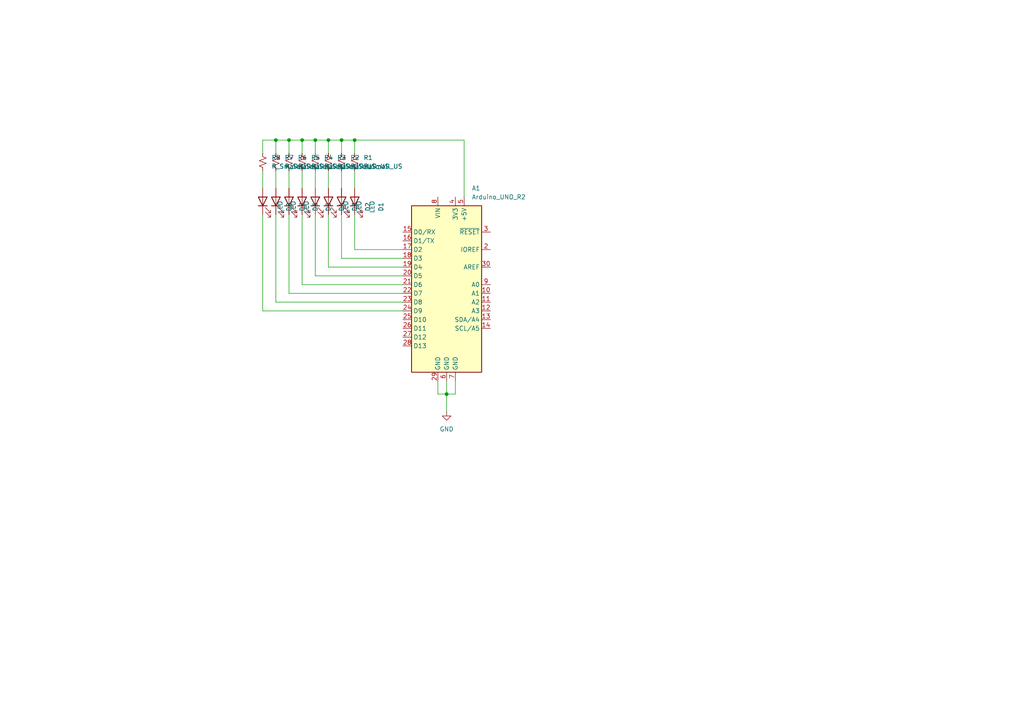
<source format=kicad_sch>
(kicad_sch (version 20230121) (generator eeschema)

  (uuid e643dbd8-6574-4efd-b0d5-e275abb8fb4c)

  (paper "A4")

  (title_block
    (title "ARDUNIO UNO SHIELD")
    (date "2024-01-15")
    (rev "1")
  )

  (lib_symbols
    (symbol "Device:LED" (pin_numbers hide) (pin_names (offset 1.016) hide) (in_bom yes) (on_board yes)
      (property "Reference" "D" (at 0 2.54 0)
        (effects (font (size 1.27 1.27)))
      )
      (property "Value" "LED" (at 0 -2.54 0)
        (effects (font (size 1.27 1.27)))
      )
      (property "Footprint" "" (at 0 0 0)
        (effects (font (size 1.27 1.27)) hide)
      )
      (property "Datasheet" "~" (at 0 0 0)
        (effects (font (size 1.27 1.27)) hide)
      )
      (property "ki_keywords" "LED diode" (at 0 0 0)
        (effects (font (size 1.27 1.27)) hide)
      )
      (property "ki_description" "Light emitting diode" (at 0 0 0)
        (effects (font (size 1.27 1.27)) hide)
      )
      (property "ki_fp_filters" "LED* LED_SMD:* LED_THT:*" (at 0 0 0)
        (effects (font (size 1.27 1.27)) hide)
      )
      (symbol "LED_0_1"
        (polyline
          (pts
            (xy -1.27 -1.27)
            (xy -1.27 1.27)
          )
          (stroke (width 0.254) (type default))
          (fill (type none))
        )
        (polyline
          (pts
            (xy -1.27 0)
            (xy 1.27 0)
          )
          (stroke (width 0) (type default))
          (fill (type none))
        )
        (polyline
          (pts
            (xy 1.27 -1.27)
            (xy 1.27 1.27)
            (xy -1.27 0)
            (xy 1.27 -1.27)
          )
          (stroke (width 0.254) (type default))
          (fill (type none))
        )
        (polyline
          (pts
            (xy -3.048 -0.762)
            (xy -4.572 -2.286)
            (xy -3.81 -2.286)
            (xy -4.572 -2.286)
            (xy -4.572 -1.524)
          )
          (stroke (width 0) (type default))
          (fill (type none))
        )
        (polyline
          (pts
            (xy -1.778 -0.762)
            (xy -3.302 -2.286)
            (xy -2.54 -2.286)
            (xy -3.302 -2.286)
            (xy -3.302 -1.524)
          )
          (stroke (width 0) (type default))
          (fill (type none))
        )
      )
      (symbol "LED_1_1"
        (pin passive line (at -3.81 0 0) (length 2.54)
          (name "K" (effects (font (size 1.27 1.27))))
          (number "1" (effects (font (size 1.27 1.27))))
        )
        (pin passive line (at 3.81 0 180) (length 2.54)
          (name "A" (effects (font (size 1.27 1.27))))
          (number "2" (effects (font (size 1.27 1.27))))
        )
      )
    )
    (symbol "Device:R_Small_US" (pin_numbers hide) (pin_names (offset 0.254) hide) (in_bom yes) (on_board yes)
      (property "Reference" "R" (at 0.762 0.508 0)
        (effects (font (size 1.27 1.27)) (justify left))
      )
      (property "Value" "R_Small_US" (at 0.762 -1.016 0)
        (effects (font (size 1.27 1.27)) (justify left))
      )
      (property "Footprint" "" (at 0 0 0)
        (effects (font (size 1.27 1.27)) hide)
      )
      (property "Datasheet" "~" (at 0 0 0)
        (effects (font (size 1.27 1.27)) hide)
      )
      (property "ki_keywords" "r resistor" (at 0 0 0)
        (effects (font (size 1.27 1.27)) hide)
      )
      (property "ki_description" "Resistor, small US symbol" (at 0 0 0)
        (effects (font (size 1.27 1.27)) hide)
      )
      (property "ki_fp_filters" "R_*" (at 0 0 0)
        (effects (font (size 1.27 1.27)) hide)
      )
      (symbol "R_Small_US_1_1"
        (polyline
          (pts
            (xy 0 0)
            (xy 1.016 -0.381)
            (xy 0 -0.762)
            (xy -1.016 -1.143)
            (xy 0 -1.524)
          )
          (stroke (width 0) (type default))
          (fill (type none))
        )
        (polyline
          (pts
            (xy 0 1.524)
            (xy 1.016 1.143)
            (xy 0 0.762)
            (xy -1.016 0.381)
            (xy 0 0)
          )
          (stroke (width 0) (type default))
          (fill (type none))
        )
        (pin passive line (at 0 2.54 270) (length 1.016)
          (name "~" (effects (font (size 1.27 1.27))))
          (number "1" (effects (font (size 1.27 1.27))))
        )
        (pin passive line (at 0 -2.54 90) (length 1.016)
          (name "~" (effects (font (size 1.27 1.27))))
          (number "2" (effects (font (size 1.27 1.27))))
        )
      )
    )
    (symbol "MCU_Module:Arduino_UNO_R2" (in_bom yes) (on_board yes)
      (property "Reference" "A" (at -10.16 23.495 0)
        (effects (font (size 1.27 1.27)) (justify left bottom))
      )
      (property "Value" "Arduino_UNO_R2" (at 5.08 -26.67 0)
        (effects (font (size 1.27 1.27)) (justify left top))
      )
      (property "Footprint" "Module:Arduino_UNO_R2" (at 0 0 0)
        (effects (font (size 1.27 1.27) italic) hide)
      )
      (property "Datasheet" "https://www.arduino.cc/en/Main/arduinoBoardUno" (at 0 0 0)
        (effects (font (size 1.27 1.27)) hide)
      )
      (property "ki_keywords" "Arduino UNO R3 Microcontroller Module Atmel AVR USB" (at 0 0 0)
        (effects (font (size 1.27 1.27)) hide)
      )
      (property "ki_description" "Arduino UNO Microcontroller Module, release 2" (at 0 0 0)
        (effects (font (size 1.27 1.27)) hide)
      )
      (property "ki_fp_filters" "Arduino*UNO*R2*" (at 0 0 0)
        (effects (font (size 1.27 1.27)) hide)
      )
      (symbol "Arduino_UNO_R2_0_1"
        (rectangle (start -10.16 22.86) (end 10.16 -25.4)
          (stroke (width 0.254) (type default))
          (fill (type background))
        )
      )
      (symbol "Arduino_UNO_R2_1_1"
        (pin no_connect line (at -10.16 -20.32 0) (length 2.54) hide
          (name "NC" (effects (font (size 1.27 1.27))))
          (number "1" (effects (font (size 1.27 1.27))))
        )
        (pin bidirectional line (at 12.7 -2.54 180) (length 2.54)
          (name "A1" (effects (font (size 1.27 1.27))))
          (number "10" (effects (font (size 1.27 1.27))))
        )
        (pin bidirectional line (at 12.7 -5.08 180) (length 2.54)
          (name "A2" (effects (font (size 1.27 1.27))))
          (number "11" (effects (font (size 1.27 1.27))))
        )
        (pin bidirectional line (at 12.7 -7.62 180) (length 2.54)
          (name "A3" (effects (font (size 1.27 1.27))))
          (number "12" (effects (font (size 1.27 1.27))))
        )
        (pin bidirectional line (at 12.7 -10.16 180) (length 2.54)
          (name "SDA/A4" (effects (font (size 1.27 1.27))))
          (number "13" (effects (font (size 1.27 1.27))))
        )
        (pin bidirectional line (at 12.7 -12.7 180) (length 2.54)
          (name "SCL/A5" (effects (font (size 1.27 1.27))))
          (number "14" (effects (font (size 1.27 1.27))))
        )
        (pin bidirectional line (at -12.7 15.24 0) (length 2.54)
          (name "D0/RX" (effects (font (size 1.27 1.27))))
          (number "15" (effects (font (size 1.27 1.27))))
        )
        (pin bidirectional line (at -12.7 12.7 0) (length 2.54)
          (name "D1/TX" (effects (font (size 1.27 1.27))))
          (number "16" (effects (font (size 1.27 1.27))))
        )
        (pin bidirectional line (at -12.7 10.16 0) (length 2.54)
          (name "D2" (effects (font (size 1.27 1.27))))
          (number "17" (effects (font (size 1.27 1.27))))
        )
        (pin bidirectional line (at -12.7 7.62 0) (length 2.54)
          (name "D3" (effects (font (size 1.27 1.27))))
          (number "18" (effects (font (size 1.27 1.27))))
        )
        (pin bidirectional line (at -12.7 5.08 0) (length 2.54)
          (name "D4" (effects (font (size 1.27 1.27))))
          (number "19" (effects (font (size 1.27 1.27))))
        )
        (pin output line (at 12.7 10.16 180) (length 2.54)
          (name "IOREF" (effects (font (size 1.27 1.27))))
          (number "2" (effects (font (size 1.27 1.27))))
        )
        (pin bidirectional line (at -12.7 2.54 0) (length 2.54)
          (name "D5" (effects (font (size 1.27 1.27))))
          (number "20" (effects (font (size 1.27 1.27))))
        )
        (pin bidirectional line (at -12.7 0 0) (length 2.54)
          (name "D6" (effects (font (size 1.27 1.27))))
          (number "21" (effects (font (size 1.27 1.27))))
        )
        (pin bidirectional line (at -12.7 -2.54 0) (length 2.54)
          (name "D7" (effects (font (size 1.27 1.27))))
          (number "22" (effects (font (size 1.27 1.27))))
        )
        (pin bidirectional line (at -12.7 -5.08 0) (length 2.54)
          (name "D8" (effects (font (size 1.27 1.27))))
          (number "23" (effects (font (size 1.27 1.27))))
        )
        (pin bidirectional line (at -12.7 -7.62 0) (length 2.54)
          (name "D9" (effects (font (size 1.27 1.27))))
          (number "24" (effects (font (size 1.27 1.27))))
        )
        (pin bidirectional line (at -12.7 -10.16 0) (length 2.54)
          (name "D10" (effects (font (size 1.27 1.27))))
          (number "25" (effects (font (size 1.27 1.27))))
        )
        (pin bidirectional line (at -12.7 -12.7 0) (length 2.54)
          (name "D11" (effects (font (size 1.27 1.27))))
          (number "26" (effects (font (size 1.27 1.27))))
        )
        (pin bidirectional line (at -12.7 -15.24 0) (length 2.54)
          (name "D12" (effects (font (size 1.27 1.27))))
          (number "27" (effects (font (size 1.27 1.27))))
        )
        (pin bidirectional line (at -12.7 -17.78 0) (length 2.54)
          (name "D13" (effects (font (size 1.27 1.27))))
          (number "28" (effects (font (size 1.27 1.27))))
        )
        (pin power_in line (at -2.54 -27.94 90) (length 2.54)
          (name "GND" (effects (font (size 1.27 1.27))))
          (number "29" (effects (font (size 1.27 1.27))))
        )
        (pin input line (at 12.7 15.24 180) (length 2.54)
          (name "~{RESET}" (effects (font (size 1.27 1.27))))
          (number "3" (effects (font (size 1.27 1.27))))
        )
        (pin input line (at 12.7 5.08 180) (length 2.54)
          (name "AREF" (effects (font (size 1.27 1.27))))
          (number "30" (effects (font (size 1.27 1.27))))
        )
        (pin power_out line (at 2.54 25.4 270) (length 2.54)
          (name "3V3" (effects (font (size 1.27 1.27))))
          (number "4" (effects (font (size 1.27 1.27))))
        )
        (pin power_out line (at 5.08 25.4 270) (length 2.54)
          (name "+5V" (effects (font (size 1.27 1.27))))
          (number "5" (effects (font (size 1.27 1.27))))
        )
        (pin power_in line (at 0 -27.94 90) (length 2.54)
          (name "GND" (effects (font (size 1.27 1.27))))
          (number "6" (effects (font (size 1.27 1.27))))
        )
        (pin power_in line (at 2.54 -27.94 90) (length 2.54)
          (name "GND" (effects (font (size 1.27 1.27))))
          (number "7" (effects (font (size 1.27 1.27))))
        )
        (pin power_in line (at -2.54 25.4 270) (length 2.54)
          (name "VIN" (effects (font (size 1.27 1.27))))
          (number "8" (effects (font (size 1.27 1.27))))
        )
        (pin bidirectional line (at 12.7 0 180) (length 2.54)
          (name "A0" (effects (font (size 1.27 1.27))))
          (number "9" (effects (font (size 1.27 1.27))))
        )
      )
    )
    (symbol "power:GND" (power) (pin_names (offset 0)) (in_bom yes) (on_board yes)
      (property "Reference" "#PWR" (at 0 -6.35 0)
        (effects (font (size 1.27 1.27)) hide)
      )
      (property "Value" "GND" (at 0 -3.81 0)
        (effects (font (size 1.27 1.27)))
      )
      (property "Footprint" "" (at 0 0 0)
        (effects (font (size 1.27 1.27)) hide)
      )
      (property "Datasheet" "" (at 0 0 0)
        (effects (font (size 1.27 1.27)) hide)
      )
      (property "ki_keywords" "global power" (at 0 0 0)
        (effects (font (size 1.27 1.27)) hide)
      )
      (property "ki_description" "Power symbol creates a global label with name \"GND\" , ground" (at 0 0 0)
        (effects (font (size 1.27 1.27)) hide)
      )
      (symbol "GND_0_1"
        (polyline
          (pts
            (xy 0 0)
            (xy 0 -1.27)
            (xy 1.27 -1.27)
            (xy 0 -2.54)
            (xy -1.27 -1.27)
            (xy 0 -1.27)
          )
          (stroke (width 0) (type default))
          (fill (type none))
        )
      )
      (symbol "GND_1_1"
        (pin power_in line (at 0 0 270) (length 0) hide
          (name "GND" (effects (font (size 1.27 1.27))))
          (number "1" (effects (font (size 1.27 1.27))))
        )
      )
    )
  )

  (junction (at 95.25 40.64) (diameter 0) (color 0 0 0 0)
    (uuid 1016008c-d350-4ede-b21e-4b9bb3a4c7b6)
  )
  (junction (at 129.54 114.3) (diameter 0) (color 0 0 0 0)
    (uuid 2ff34110-777a-49dd-97a5-77318f6aa251)
  )
  (junction (at 99.06 40.64) (diameter 0) (color 0 0 0 0)
    (uuid 57077e4f-526a-4089-9bce-03396a4b8cc0)
  )
  (junction (at 87.63 40.64) (diameter 0) (color 0 0 0 0)
    (uuid 8cabe50f-7320-4d3b-9387-dabe10ded6c5)
  )
  (junction (at 102.87 40.64) (diameter 0) (color 0 0 0 0)
    (uuid be880415-4f45-4578-a955-3ee524f60aae)
  )
  (junction (at 83.82 40.64) (diameter 0) (color 0 0 0 0)
    (uuid c3e58e68-82a8-46c0-bc21-7d0a6043ae72)
  )
  (junction (at 91.44 40.64) (diameter 0) (color 0 0 0 0)
    (uuid f002d738-02c9-4835-84df-2e9bb47c7f2b)
  )
  (junction (at 80.01 40.64) (diameter 0) (color 0 0 0 0)
    (uuid f4217f36-96d1-4e1b-ab69-690b1b7ee1ec)
  )

  (wire (pts (xy 87.63 62.23) (xy 87.63 82.55))
    (stroke (width 0) (type default))
    (uuid 029c1fbf-e093-4eec-97c6-773a2eb5029d)
  )
  (wire (pts (xy 91.44 62.23) (xy 91.44 80.01))
    (stroke (width 0) (type default))
    (uuid 0d0e15f1-230a-4d1c-be83-3a0b4668369b)
  )
  (wire (pts (xy 99.06 40.64) (xy 102.87 40.64))
    (stroke (width 0) (type default))
    (uuid 11a9723d-68cb-499c-97c1-ef8fcd049019)
  )
  (wire (pts (xy 129.54 110.49) (xy 129.54 114.3))
    (stroke (width 0) (type default))
    (uuid 124afe2a-30df-4b2d-90e0-1738cf532007)
  )
  (wire (pts (xy 116.84 87.63) (xy 80.01 87.63))
    (stroke (width 0) (type default))
    (uuid 16dca5d4-b8cd-44b0-b0b7-4bffd735887f)
  )
  (wire (pts (xy 99.06 40.64) (xy 99.06 44.45))
    (stroke (width 0) (type default))
    (uuid 186ace6b-87a4-4fbf-abe3-7ba8c30c38a5)
  )
  (wire (pts (xy 87.63 40.64) (xy 91.44 40.64))
    (stroke (width 0) (type default))
    (uuid 1d4a75cc-812f-44e4-a807-61a28f60acba)
  )
  (wire (pts (xy 91.44 80.01) (xy 116.84 80.01))
    (stroke (width 0) (type default))
    (uuid 2c670f8e-d569-4483-bac6-46a71abc038b)
  )
  (wire (pts (xy 102.87 49.53) (xy 102.87 54.61))
    (stroke (width 0) (type default))
    (uuid 316d61e9-b73c-48c2-96b6-5d4a63110028)
  )
  (wire (pts (xy 116.84 77.47) (xy 95.25 77.47))
    (stroke (width 0) (type default))
    (uuid 3a458eb9-dcde-46fe-bef8-aa8e1aeb9da7)
  )
  (wire (pts (xy 99.06 74.93) (xy 116.84 74.93))
    (stroke (width 0) (type default))
    (uuid 3d8e5e0f-900c-464d-ac39-32171b33a4fd)
  )
  (wire (pts (xy 102.87 40.64) (xy 134.62 40.64))
    (stroke (width 0) (type default))
    (uuid 3f62fb5b-b44e-434d-835d-228fc0feda8d)
  )
  (wire (pts (xy 129.54 114.3) (xy 129.54 119.38))
    (stroke (width 0) (type default))
    (uuid 48e1acb2-e977-426f-ad70-06ffebbc27ed)
  )
  (wire (pts (xy 76.2 49.53) (xy 76.2 54.61))
    (stroke (width 0) (type default))
    (uuid 4c865a97-db84-40dd-9b50-4e801c747a6a)
  )
  (wire (pts (xy 99.06 62.23) (xy 99.06 74.93))
    (stroke (width 0) (type default))
    (uuid 5024671a-fe59-4339-830c-27ee4d60880c)
  )
  (wire (pts (xy 83.82 40.64) (xy 87.63 40.64))
    (stroke (width 0) (type default))
    (uuid 50648e1f-cd52-4d32-8319-10d828a8febf)
  )
  (wire (pts (xy 95.25 40.64) (xy 95.25 44.45))
    (stroke (width 0) (type default))
    (uuid 52968b02-3ae2-4292-a3f2-9c649ec8a3d1)
  )
  (wire (pts (xy 99.06 49.53) (xy 99.06 54.61))
    (stroke (width 0) (type default))
    (uuid 59d79fba-342a-4065-a1bc-17ad78d2b6f2)
  )
  (wire (pts (xy 80.01 49.53) (xy 80.01 54.61))
    (stroke (width 0) (type default))
    (uuid 5b56a0d7-9050-4e38-8b43-9f43bece555c)
  )
  (wire (pts (xy 91.44 40.64) (xy 95.25 40.64))
    (stroke (width 0) (type default))
    (uuid 5c95ae1b-a032-4446-bc41-238988a30b69)
  )
  (wire (pts (xy 83.82 85.09) (xy 116.84 85.09))
    (stroke (width 0) (type default))
    (uuid 5df7063c-c57e-4b0b-afde-8bb56e19879d)
  )
  (wire (pts (xy 102.87 40.64) (xy 102.87 44.45))
    (stroke (width 0) (type default))
    (uuid 6028ef0d-4a00-4607-bc2b-bdbff5838fc5)
  )
  (wire (pts (xy 80.01 40.64) (xy 83.82 40.64))
    (stroke (width 0) (type default))
    (uuid 666f1dd8-18fa-4bc7-8c1d-dd0c220a6241)
  )
  (wire (pts (xy 129.54 114.3) (xy 132.08 114.3))
    (stroke (width 0) (type default))
    (uuid 6bb5fcff-003b-4b93-ac23-f10bb92ded30)
  )
  (wire (pts (xy 76.2 40.64) (xy 80.01 40.64))
    (stroke (width 0) (type default))
    (uuid 72e6e681-e11c-4c2f-8219-3a304e5fdc9d)
  )
  (wire (pts (xy 80.01 62.23) (xy 80.01 87.63))
    (stroke (width 0) (type default))
    (uuid 758f4f70-5102-4673-bb31-c6a8a3b5ca5a)
  )
  (wire (pts (xy 76.2 62.23) (xy 76.2 90.17))
    (stroke (width 0) (type default))
    (uuid 760d0203-6d21-4bcc-a442-c8f331ceb4ab)
  )
  (wire (pts (xy 132.08 110.49) (xy 132.08 114.3))
    (stroke (width 0) (type default))
    (uuid 76b3694f-9d60-4ed8-8a0e-0abe5b97cae7)
  )
  (wire (pts (xy 95.25 40.64) (xy 99.06 40.64))
    (stroke (width 0) (type default))
    (uuid 900ccf43-d4ca-4a08-8d6d-0c06c5691992)
  )
  (wire (pts (xy 83.82 49.53) (xy 83.82 54.61))
    (stroke (width 0) (type default))
    (uuid 933f939d-a259-43c8-abfa-f53d328ff423)
  )
  (wire (pts (xy 116.84 82.55) (xy 87.63 82.55))
    (stroke (width 0) (type default))
    (uuid a21b1c13-41b8-4dca-854c-5388c6388b3c)
  )
  (wire (pts (xy 127 114.3) (xy 129.54 114.3))
    (stroke (width 0) (type default))
    (uuid a48cb26e-d68a-4135-920e-6ebdcceab7b2)
  )
  (wire (pts (xy 95.25 62.23) (xy 95.25 77.47))
    (stroke (width 0) (type default))
    (uuid b2bb60be-23db-4db5-bf66-0302e27b736b)
  )
  (wire (pts (xy 87.63 49.53) (xy 87.63 54.61))
    (stroke (width 0) (type default))
    (uuid b4b511da-4b0c-486c-83bd-71eb65314e13)
  )
  (wire (pts (xy 83.82 62.23) (xy 83.82 85.09))
    (stroke (width 0) (type default))
    (uuid b5bdb776-a0a0-48c1-8b97-0a7fa2ce81f3)
  )
  (wire (pts (xy 127 110.49) (xy 127 114.3))
    (stroke (width 0) (type default))
    (uuid ba4b0a8b-7633-45b3-9e30-01861c05896e)
  )
  (wire (pts (xy 95.25 49.53) (xy 95.25 54.61))
    (stroke (width 0) (type default))
    (uuid c2b0d460-a32c-40c4-9846-c2d10075900c)
  )
  (wire (pts (xy 87.63 40.64) (xy 87.63 44.45))
    (stroke (width 0) (type default))
    (uuid c55b1ff5-9bdb-4596-92ac-70eb88d09017)
  )
  (wire (pts (xy 102.87 62.23) (xy 102.87 72.39))
    (stroke (width 0) (type default))
    (uuid c6567c3a-e5f7-4387-9108-e489c85d9533)
  )
  (wire (pts (xy 91.44 40.64) (xy 91.44 44.45))
    (stroke (width 0) (type default))
    (uuid c70ce10b-3692-46ad-8f5c-6761c59b5395)
  )
  (wire (pts (xy 91.44 49.53) (xy 91.44 54.61))
    (stroke (width 0) (type default))
    (uuid d1b7ed2e-cb54-4467-89e4-e66ee4689a06)
  )
  (wire (pts (xy 80.01 40.64) (xy 80.01 44.45))
    (stroke (width 0) (type default))
    (uuid d80b71ae-60ee-4f5c-955e-05763f49256f)
  )
  (wire (pts (xy 83.82 40.64) (xy 83.82 44.45))
    (stroke (width 0) (type default))
    (uuid db12682e-8db2-48d0-9f6c-2bb1919b6c48)
  )
  (wire (pts (xy 102.87 72.39) (xy 116.84 72.39))
    (stroke (width 0) (type default))
    (uuid e3fbbf40-936e-4f8c-92e3-d79f18fc8ef9)
  )
  (wire (pts (xy 76.2 44.45) (xy 76.2 40.64))
    (stroke (width 0) (type default))
    (uuid e801faeb-13da-44d6-a02d-f359944f28d1)
  )
  (wire (pts (xy 134.62 40.64) (xy 134.62 57.15))
    (stroke (width 0) (type default))
    (uuid fa01c8ad-d88a-4bae-a0ff-73f27962eb0f)
  )
  (wire (pts (xy 76.2 90.17) (xy 116.84 90.17))
    (stroke (width 0) (type default))
    (uuid feec391b-50db-4bcc-843f-dbfe9ee46437)
  )

  (symbol (lib_id "power:GND") (at 129.54 119.38 0) (unit 1)
    (in_bom yes) (on_board yes) (dnp no) (fields_autoplaced)
    (uuid 06a73c13-b50d-4f48-90d3-3e904a542db5)
    (property "Reference" "#PWR01" (at 129.54 125.73 0)
      (effects (font (size 1.27 1.27)) hide)
    )
    (property "Value" "GND" (at 129.54 124.46 0)
      (effects (font (size 1.27 1.27)))
    )
    (property "Footprint" "" (at 129.54 119.38 0)
      (effects (font (size 1.27 1.27)) hide)
    )
    (property "Datasheet" "" (at 129.54 119.38 0)
      (effects (font (size 1.27 1.27)) hide)
    )
    (pin "1" (uuid 6442f718-8f92-4ee3-86d2-73019dfbcaa7))
    (instances
      (project "Adruino UNO LED shield"
        (path "/e643dbd8-6574-4efd-b0d5-e275abb8fb4c"
          (reference "#PWR01") (unit 1)
        )
      )
    )
  )

  (symbol (lib_id "Device:R_Small_US") (at 87.63 46.99 0) (unit 1)
    (in_bom yes) (on_board yes) (dnp no) (fields_autoplaced)
    (uuid 17a88042-3e72-4eb5-ad10-34954dceb5b8)
    (property "Reference" "R5" (at 90.17 45.72 0)
      (effects (font (size 1.27 1.27)) (justify left))
    )
    (property "Value" "R_Small_US" (at 90.17 48.26 0)
      (effects (font (size 1.27 1.27)) (justify left))
    )
    (property "Footprint" "Resistor_SMD:R_0603_1608Metric" (at 87.63 46.99 0)
      (effects (font (size 1.27 1.27)) hide)
    )
    (property "Datasheet" "~" (at 87.63 46.99 0)
      (effects (font (size 1.27 1.27)) hide)
    )
    (pin "1" (uuid 85aac9f2-445c-4e4b-af61-c3a845a51929))
    (pin "2" (uuid c6c0f358-c78f-4683-aeea-897e526c698c))
    (instances
      (project "Adruino UNO LED shield"
        (path "/e643dbd8-6574-4efd-b0d5-e275abb8fb4c"
          (reference "R5") (unit 1)
        )
      )
    )
  )

  (symbol (lib_id "Device:LED") (at 76.2 58.42 90) (unit 1)
    (in_bom yes) (on_board yes) (dnp no) (fields_autoplaced)
    (uuid 1a44ffab-1246-46b7-9c77-3efb23edb95d)
    (property "Reference" "D8" (at 83.82 60.0075 0)
      (effects (font (size 1.27 1.27)))
    )
    (property "Value" "LED" (at 81.28 60.0075 0)
      (effects (font (size 1.27 1.27)))
    )
    (property "Footprint" "LED_SMD:LED_0805_2012Metric" (at 76.2 58.42 0)
      (effects (font (size 1.27 1.27)) hide)
    )
    (property "Datasheet" "~" (at 76.2 58.42 0)
      (effects (font (size 1.27 1.27)) hide)
    )
    (pin "2" (uuid c222ead7-5843-4256-9ca3-efe4bb3c1b2b))
    (pin "1" (uuid 22465dbd-de00-45a7-894e-493b6eff48ff))
    (instances
      (project "Adruino UNO LED shield"
        (path "/e643dbd8-6574-4efd-b0d5-e275abb8fb4c"
          (reference "D8") (unit 1)
        )
      )
    )
  )

  (symbol (lib_id "Device:LED") (at 80.01 58.42 90) (unit 1)
    (in_bom yes) (on_board yes) (dnp no) (fields_autoplaced)
    (uuid 30f77ce9-e37e-49d4-8617-81ae44250947)
    (property "Reference" "D7" (at 87.63 60.0075 0)
      (effects (font (size 1.27 1.27)))
    )
    (property "Value" "LED" (at 85.09 60.0075 0)
      (effects (font (size 1.27 1.27)))
    )
    (property "Footprint" "LED_SMD:LED_0805_2012Metric" (at 80.01 58.42 0)
      (effects (font (size 1.27 1.27)) hide)
    )
    (property "Datasheet" "~" (at 80.01 58.42 0)
      (effects (font (size 1.27 1.27)) hide)
    )
    (pin "2" (uuid 4a399db7-ac30-4ad3-bb12-9e732f22901c))
    (pin "1" (uuid e290b773-13d8-4e3b-bc9b-55f2d45eb541))
    (instances
      (project "Adruino UNO LED shield"
        (path "/e643dbd8-6574-4efd-b0d5-e275abb8fb4c"
          (reference "D7") (unit 1)
        )
      )
    )
  )

  (symbol (lib_id "Device:R_Small_US") (at 95.25 46.99 0) (unit 1)
    (in_bom yes) (on_board yes) (dnp no) (fields_autoplaced)
    (uuid 3152a949-f11d-4d97-93b4-340e2431c728)
    (property "Reference" "R3" (at 97.79 45.72 0)
      (effects (font (size 1.27 1.27)) (justify left))
    )
    (property "Value" "R_Small_US" (at 97.79 48.26 0)
      (effects (font (size 1.27 1.27)) (justify left))
    )
    (property "Footprint" "Resistor_SMD:R_0603_1608Metric" (at 95.25 46.99 0)
      (effects (font (size 1.27 1.27)) hide)
    )
    (property "Datasheet" "~" (at 95.25 46.99 0)
      (effects (font (size 1.27 1.27)) hide)
    )
    (pin "1" (uuid c03fc2a1-69d5-4141-9283-0e6aff1b075e))
    (pin "2" (uuid 928964fe-ea3e-416f-b705-ce77bebf977b))
    (instances
      (project "Adruino UNO LED shield"
        (path "/e643dbd8-6574-4efd-b0d5-e275abb8fb4c"
          (reference "R3") (unit 1)
        )
      )
    )
  )

  (symbol (lib_id "Device:LED") (at 91.44 58.42 90) (unit 1)
    (in_bom yes) (on_board yes) (dnp no) (fields_autoplaced)
    (uuid 31c44b3e-9d41-4e65-9132-ea18e4216b64)
    (property "Reference" "D4" (at 99.06 60.0075 0)
      (effects (font (size 1.27 1.27)))
    )
    (property "Value" "LED" (at 96.52 60.0075 0)
      (effects (font (size 1.27 1.27)) hide)
    )
    (property "Footprint" "LED_SMD:LED_0805_2012Metric" (at 91.44 58.42 0)
      (effects (font (size 1.27 1.27)) hide)
    )
    (property "Datasheet" "~" (at 91.44 58.42 0)
      (effects (font (size 1.27 1.27)) hide)
    )
    (pin "2" (uuid 4b462838-9842-496d-bca6-bcc317553de9))
    (pin "1" (uuid fd19286a-58b1-4ad5-97c5-61597f39cf4b))
    (instances
      (project "Adruino UNO LED shield"
        (path "/e643dbd8-6574-4efd-b0d5-e275abb8fb4c"
          (reference "D4") (unit 1)
        )
      )
    )
  )

  (symbol (lib_id "Device:LED") (at 99.06 58.42 90) (unit 1)
    (in_bom yes) (on_board yes) (dnp no) (fields_autoplaced)
    (uuid 72a02c7e-caef-4cd7-9fcc-ad59154d13b0)
    (property "Reference" "D2" (at 106.68 60.0075 0)
      (effects (font (size 1.27 1.27)))
    )
    (property "Value" "LED" (at 104.14 60.0075 0)
      (effects (font (size 1.27 1.27)))
    )
    (property "Footprint" "LED_SMD:LED_0805_2012Metric" (at 99.06 58.42 0)
      (effects (font (size 1.27 1.27)) hide)
    )
    (property "Datasheet" "~" (at 99.06 58.42 0)
      (effects (font (size 1.27 1.27)) hide)
    )
    (pin "2" (uuid 31fcbf83-27e9-40a0-8b50-b5bb2a81a352))
    (pin "1" (uuid 8bc19c65-4ba8-42d8-b38c-5a2e3c63f4b0))
    (instances
      (project "Adruino UNO LED shield"
        (path "/e643dbd8-6574-4efd-b0d5-e275abb8fb4c"
          (reference "D2") (unit 1)
        )
      )
    )
  )

  (symbol (lib_id "Device:R_Small_US") (at 99.06 46.99 0) (unit 1)
    (in_bom yes) (on_board yes) (dnp no) (fields_autoplaced)
    (uuid 778f8f8c-9554-452b-9986-7047c6e9fef7)
    (property "Reference" "R2" (at 101.6 45.72 0)
      (effects (font (size 1.27 1.27)) (justify left))
    )
    (property "Value" "R_Small_US" (at 101.6 48.26 0)
      (effects (font (size 1.27 1.27)) (justify left))
    )
    (property "Footprint" "Resistor_SMD:R_0603_1608Metric" (at 99.06 46.99 0)
      (effects (font (size 1.27 1.27)) hide)
    )
    (property "Datasheet" "~" (at 99.06 46.99 0)
      (effects (font (size 1.27 1.27)) hide)
    )
    (pin "1" (uuid 79333318-a0b7-45b5-9e07-3fe7b9b70ef0))
    (pin "2" (uuid 4cda608d-07ba-4da1-b74d-6452f38b727c))
    (instances
      (project "Adruino UNO LED shield"
        (path "/e643dbd8-6574-4efd-b0d5-e275abb8fb4c"
          (reference "R2") (unit 1)
        )
      )
    )
  )

  (symbol (lib_id "Device:R_Small_US") (at 76.2 46.99 0) (unit 1)
    (in_bom yes) (on_board yes) (dnp no) (fields_autoplaced)
    (uuid 8c29b528-9041-42f4-be4f-5bc4335af89d)
    (property "Reference" "R8" (at 78.74 45.72 0)
      (effects (font (size 1.27 1.27)) (justify left))
    )
    (property "Value" "R_Small_US" (at 78.74 48.26 0)
      (effects (font (size 1.27 1.27)) (justify left))
    )
    (property "Footprint" "Resistor_SMD:R_0603_1608Metric" (at 76.2 46.99 0)
      (effects (font (size 1.27 1.27)) hide)
    )
    (property "Datasheet" "~" (at 76.2 46.99 0)
      (effects (font (size 1.27 1.27)) hide)
    )
    (pin "1" (uuid 8b2c1441-1296-45df-888b-ebcde387fb0d))
    (pin "2" (uuid 7e1b30f2-6731-4a3f-bd4d-f44e58995654))
    (instances
      (project "Adruino UNO LED shield"
        (path "/e643dbd8-6574-4efd-b0d5-e275abb8fb4c"
          (reference "R8") (unit 1)
        )
      )
    )
  )

  (symbol (lib_id "Device:R_Small_US") (at 80.01 46.99 0) (unit 1)
    (in_bom yes) (on_board yes) (dnp no) (fields_autoplaced)
    (uuid a6369d7c-6671-4bfd-ae2b-777cc42a9f54)
    (property "Reference" "R7" (at 82.55 45.72 0)
      (effects (font (size 1.27 1.27)) (justify left))
    )
    (property "Value" "R_Small_US" (at 82.55 48.26 0)
      (effects (font (size 1.27 1.27)) (justify left))
    )
    (property "Footprint" "Resistor_SMD:R_0603_1608Metric" (at 80.01 46.99 0)
      (effects (font (size 1.27 1.27)) hide)
    )
    (property "Datasheet" "~" (at 80.01 46.99 0)
      (effects (font (size 1.27 1.27)) hide)
    )
    (pin "1" (uuid 701c5bb5-4021-45b9-afb3-a14acbc5f0cf))
    (pin "2" (uuid cde9211a-7d46-467d-9a42-3610a0083243))
    (instances
      (project "Adruino UNO LED shield"
        (path "/e643dbd8-6574-4efd-b0d5-e275abb8fb4c"
          (reference "R7") (unit 1)
        )
      )
    )
  )

  (symbol (lib_id "Device:R_Small_US") (at 91.44 46.99 0) (unit 1)
    (in_bom yes) (on_board yes) (dnp no) (fields_autoplaced)
    (uuid aed9e4aa-fb83-4577-ad5d-eb1934ef2be3)
    (property "Reference" "R4" (at 93.98 45.72 0)
      (effects (font (size 1.27 1.27)) (justify left))
    )
    (property "Value" "R_Small_US" (at 93.98 48.26 0)
      (effects (font (size 1.27 1.27)) (justify left))
    )
    (property "Footprint" "Resistor_SMD:R_0603_1608Metric" (at 91.44 46.99 0)
      (effects (font (size 1.27 1.27)) hide)
    )
    (property "Datasheet" "~" (at 91.44 46.99 0)
      (effects (font (size 1.27 1.27)) hide)
    )
    (pin "1" (uuid 7b68028b-17c1-492e-bb46-b3dd0bed4ecd))
    (pin "2" (uuid 82f56e2f-9704-4499-9651-5119b4b78e78))
    (instances
      (project "Adruino UNO LED shield"
        (path "/e643dbd8-6574-4efd-b0d5-e275abb8fb4c"
          (reference "R4") (unit 1)
        )
      )
    )
  )

  (symbol (lib_id "Device:LED") (at 87.63 58.42 90) (unit 1)
    (in_bom yes) (on_board yes) (dnp no) (fields_autoplaced)
    (uuid b87312c0-0461-4113-bb97-d88cfd4d1dcb)
    (property "Reference" "D5" (at 95.25 60.0075 0)
      (effects (font (size 1.27 1.27)))
    )
    (property "Value" "LED" (at 92.71 60.0075 0)
      (effects (font (size 1.27 1.27)) hide)
    )
    (property "Footprint" "LED_SMD:LED_0805_2012Metric" (at 87.63 58.42 0)
      (effects (font (size 1.27 1.27)) hide)
    )
    (property "Datasheet" "~" (at 87.63 58.42 0)
      (effects (font (size 1.27 1.27)) hide)
    )
    (pin "2" (uuid deae235c-d3f9-4618-98eb-bbdced502b0a))
    (pin "1" (uuid 991a5c37-591e-4b35-9f17-d990b1cd9d91))
    (instances
      (project "Adruino UNO LED shield"
        (path "/e643dbd8-6574-4efd-b0d5-e275abb8fb4c"
          (reference "D5") (unit 1)
        )
      )
    )
  )

  (symbol (lib_id "Device:R_Small_US") (at 83.82 46.99 0) (unit 1)
    (in_bom yes) (on_board yes) (dnp no) (fields_autoplaced)
    (uuid c53b1e90-dee4-48df-80af-1aca34a82239)
    (property "Reference" "R6" (at 86.36 45.72 0)
      (effects (font (size 1.27 1.27)) (justify left))
    )
    (property "Value" "R_Small_US" (at 86.36 48.26 0)
      (effects (font (size 1.27 1.27)) (justify left))
    )
    (property "Footprint" "Resistor_SMD:R_0603_1608Metric" (at 83.82 46.99 0)
      (effects (font (size 1.27 1.27)) hide)
    )
    (property "Datasheet" "~" (at 83.82 46.99 0)
      (effects (font (size 1.27 1.27)) hide)
    )
    (pin "1" (uuid 17db1d89-203d-4e92-8563-0567afb34a31))
    (pin "2" (uuid 29b8b996-ac2c-4e57-b171-191ab60ffd42))
    (instances
      (project "Adruino UNO LED shield"
        (path "/e643dbd8-6574-4efd-b0d5-e275abb8fb4c"
          (reference "R6") (unit 1)
        )
      )
    )
  )

  (symbol (lib_id "MCU_Module:Arduino_UNO_R2") (at 129.54 82.55 0) (unit 1)
    (in_bom yes) (on_board yes) (dnp no) (fields_autoplaced)
    (uuid d1540f6a-7bbf-4994-bfb2-7ad6a5401d44)
    (property "Reference" "A1" (at 136.8141 54.61 0)
      (effects (font (size 1.27 1.27)) (justify left))
    )
    (property "Value" "Arduino_UNO_R2" (at 136.8141 57.15 0)
      (effects (font (size 1.27 1.27)) (justify left))
    )
    (property "Footprint" "Module:Arduino_UNO_R2" (at 129.54 82.55 0)
      (effects (font (size 1.27 1.27) italic) hide)
    )
    (property "Datasheet" "https://www.arduino.cc/en/Main/arduinoBoardUno" (at 129.54 82.55 0)
      (effects (font (size 1.27 1.27)) hide)
    )
    (pin "7" (uuid 0a3457ab-6623-4ed1-9102-f13b52172260))
    (pin "15" (uuid fec600f4-5840-47e6-89ca-194233dd599d))
    (pin "21" (uuid 63035702-d41e-42b6-980f-17ca2a7d772e))
    (pin "29" (uuid 0740af1b-026e-49a3-9451-30aac5c4d060))
    (pin "20" (uuid 67f54189-7cc5-4377-bb10-6d26520fb30d))
    (pin "25" (uuid a60500ca-7d5c-4922-8ef5-1d18eda6e303))
    (pin "28" (uuid 0c496d0e-7972-4b6e-890d-010c4e5a5db5))
    (pin "18" (uuid 8057dbdf-6d72-4bcb-8a32-cd3d15b7a8ba))
    (pin "23" (uuid 898cd6c1-e85c-409c-a424-848ad87ad0dd))
    (pin "27" (uuid 4eb86a3f-d6f6-425f-aee7-955b5b2627c1))
    (pin "6" (uuid 447e102b-d0c5-4ccb-b06c-fc152154895a))
    (pin "12" (uuid f9f0d0f3-c927-4264-951e-d987b8ffe3c8))
    (pin "19" (uuid 73b00041-04c9-425d-865f-27d22ee126c2))
    (pin "30" (uuid 64080395-5659-4cb0-a00e-1c38b2ed5068))
    (pin "26" (uuid a310eed0-9d74-4903-9a3f-2aaee79c515a))
    (pin "5" (uuid dd72d5de-3154-4cd7-a684-e925bfc72fed))
    (pin "13" (uuid 85a746d4-f7f7-4aed-98e4-1b9cb432f281))
    (pin "16" (uuid e1fb95e9-92f1-4fe6-9bae-c59d3fc7c1b7))
    (pin "17" (uuid 1f99efe1-8bee-456e-85d4-6d3ee0074e24))
    (pin "2" (uuid ecf77ca1-1d2a-4a6e-a878-6e713ebc1323))
    (pin "14" (uuid af45128c-b549-4930-9ffa-e31db616c50d))
    (pin "10" (uuid 3449801d-4109-4252-b298-b925698958ac))
    (pin "11" (uuid 852ee0f8-efb1-47e0-9120-70d518128e8e))
    (pin "3" (uuid 90d54186-4107-4cc2-9c07-93c045e84b4e))
    (pin "22" (uuid 91dc7608-a06c-4747-a265-9be4ea327cfe))
    (pin "8" (uuid bfc85789-ce5a-4772-a3ed-d6c73083c9da))
    (pin "24" (uuid dcf7dfbb-c7c5-4e70-be49-d859fb17278e))
    (pin "1" (uuid 87b65cde-f818-4cfc-8013-971254c305dd))
    (pin "4" (uuid f67552c8-3f48-43d4-baea-b5bb4738b17a))
    (pin "9" (uuid 503716b6-1c49-4800-a41f-4ad6763860bb))
    (instances
      (project "Adruino UNO LED shield"
        (path "/e643dbd8-6574-4efd-b0d5-e275abb8fb4c"
          (reference "A1") (unit 1)
        )
      )
    )
  )

  (symbol (lib_id "Device:R_Small_US") (at 102.87 46.99 0) (unit 1)
    (in_bom yes) (on_board yes) (dnp no) (fields_autoplaced)
    (uuid d6ab2d03-b768-4d65-abc9-1983db62128a)
    (property "Reference" "R1" (at 105.41 45.72 0)
      (effects (font (size 1.27 1.27)) (justify left))
    )
    (property "Value" "R_Small_US" (at 105.41 48.26 0)
      (effects (font (size 1.27 1.27)) (justify left))
    )
    (property "Footprint" "Resistor_SMD:R_0603_1608Metric" (at 102.87 46.99 0)
      (effects (font (size 1.27 1.27)) hide)
    )
    (property "Datasheet" "~" (at 102.87 46.99 0)
      (effects (font (size 1.27 1.27)) hide)
    )
    (pin "1" (uuid ae09ecb3-a88d-4112-8241-cbf319e4842e))
    (pin "2" (uuid 935f7110-1397-41b5-9dc8-57afbaf53bac))
    (instances
      (project "Adruino UNO LED shield"
        (path "/e643dbd8-6574-4efd-b0d5-e275abb8fb4c"
          (reference "R1") (unit 1)
        )
      )
    )
  )

  (symbol (lib_id "Device:LED") (at 83.82 58.42 90) (unit 1)
    (in_bom yes) (on_board yes) (dnp no) (fields_autoplaced)
    (uuid d9530926-1052-4c6a-9300-f5ac5bb04bbe)
    (property "Reference" "D6" (at 91.44 60.0075 0)
      (effects (font (size 1.27 1.27)))
    )
    (property "Value" "LED" (at 88.9 60.0075 0)
      (effects (font (size 1.27 1.27)))
    )
    (property "Footprint" "LED_SMD:LED_0805_2012Metric" (at 83.82 58.42 0)
      (effects (font (size 1.27 1.27)) hide)
    )
    (property "Datasheet" "~" (at 83.82 58.42 0)
      (effects (font (size 1.27 1.27)) hide)
    )
    (pin "2" (uuid 45a44bf6-76d4-4c88-9e8f-a13fc8673d4b))
    (pin "1" (uuid 4f14d828-054f-4dc5-9507-c867de7dc59a))
    (instances
      (project "Adruino UNO LED shield"
        (path "/e643dbd8-6574-4efd-b0d5-e275abb8fb4c"
          (reference "D6") (unit 1)
        )
      )
    )
  )

  (symbol (lib_id "Device:LED") (at 95.25 58.42 90) (unit 1)
    (in_bom yes) (on_board yes) (dnp no) (fields_autoplaced)
    (uuid f137eb0c-50f5-4d93-8064-f9450e18caea)
    (property "Reference" "D3" (at 102.87 60.0075 0)
      (effects (font (size 1.27 1.27)))
    )
    (property "Value" "LED" (at 100.33 60.0075 0)
      (effects (font (size 1.27 1.27)))
    )
    (property "Footprint" "LED_SMD:LED_0805_2012Metric" (at 95.25 58.42 0)
      (effects (font (size 1.27 1.27)) hide)
    )
    (property "Datasheet" "~" (at 95.25 58.42 0)
      (effects (font (size 1.27 1.27)) hide)
    )
    (pin "2" (uuid 22a98b94-5a7b-4bbf-b701-e45fc07a87b9))
    (pin "1" (uuid 67086f53-da0a-4d89-9861-c3c8c3ef9a61))
    (instances
      (project "Adruino UNO LED shield"
        (path "/e643dbd8-6574-4efd-b0d5-e275abb8fb4c"
          (reference "D3") (unit 1)
        )
      )
    )
  )

  (symbol (lib_id "Device:LED") (at 102.87 58.42 90) (unit 1)
    (in_bom yes) (on_board yes) (dnp no) (fields_autoplaced)
    (uuid fe0836dc-5e61-478a-be13-0561a3daca16)
    (property "Reference" "D1" (at 110.49 60.0075 0)
      (effects (font (size 1.27 1.27)))
    )
    (property "Value" "LED" (at 107.95 60.0075 0)
      (effects (font (size 1.27 1.27)))
    )
    (property "Footprint" "LED_SMD:LED_0805_2012Metric" (at 102.87 58.42 0)
      (effects (font (size 1.27 1.27)) hide)
    )
    (property "Datasheet" "~" (at 102.87 58.42 0)
      (effects (font (size 1.27 1.27)) hide)
    )
    (pin "2" (uuid 44922f51-21e2-4bf2-bd33-e37c6ef4fb59))
    (pin "1" (uuid e3ade738-2ee7-4eb2-85c2-0ddbffc6f77c))
    (instances
      (project "Adruino UNO LED shield"
        (path "/e643dbd8-6574-4efd-b0d5-e275abb8fb4c"
          (reference "D1") (unit 1)
        )
      )
    )
  )

  (sheet_instances
    (path "/" (page "1"))
  )
)

</source>
